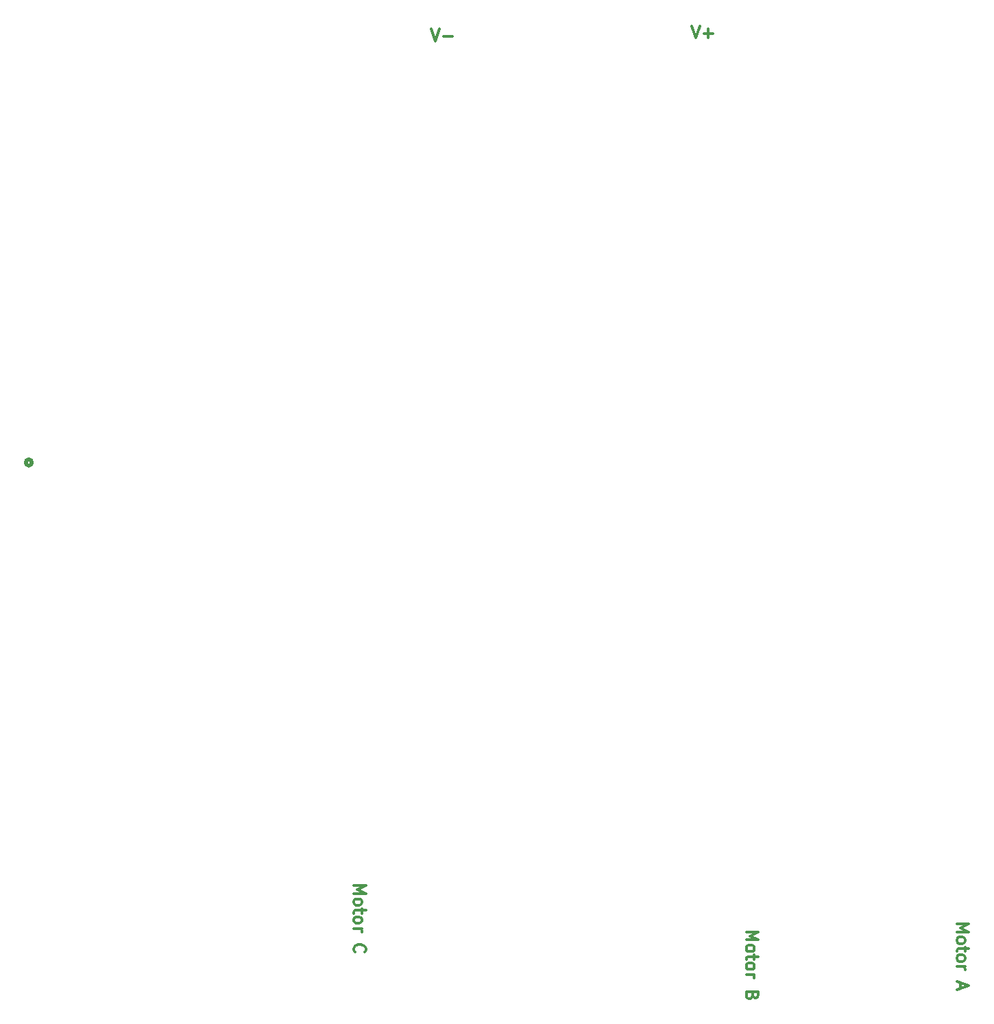
<source format=gbr>
%TF.GenerationSoftware,KiCad,Pcbnew,8.0.9-8.0.9-0~ubuntu24.04.1*%
%TF.CreationDate,2025-06-09T21:45:26+03:00*%
%TF.ProjectId,BLDC Motor Driver,424c4443-204d-46f7-946f-722044726976,rev?*%
%TF.SameCoordinates,Original*%
%TF.FileFunction,Legend,Bot*%
%TF.FilePolarity,Positive*%
%FSLAX46Y46*%
G04 Gerber Fmt 4.6, Leading zero omitted, Abs format (unit mm)*
G04 Created by KiCad (PCBNEW 8.0.9-8.0.9-0~ubuntu24.04.1) date 2025-06-09 21:45:26*
%MOMM*%
%LPD*%
G01*
G04 APERTURE LIST*
%ADD10C,0.300000*%
%ADD11C,0.508000*%
G04 APERTURE END LIST*
D10*
X151709660Y-145440046D02*
X153209660Y-145440046D01*
X153209660Y-145440046D02*
X152138231Y-145940046D01*
X152138231Y-145940046D02*
X153209660Y-146440046D01*
X153209660Y-146440046D02*
X151709660Y-146440046D01*
X151709660Y-147368618D02*
X151781089Y-147225761D01*
X151781089Y-147225761D02*
X151852517Y-147154332D01*
X151852517Y-147154332D02*
X151995374Y-147082904D01*
X151995374Y-147082904D02*
X152423946Y-147082904D01*
X152423946Y-147082904D02*
X152566803Y-147154332D01*
X152566803Y-147154332D02*
X152638231Y-147225761D01*
X152638231Y-147225761D02*
X152709660Y-147368618D01*
X152709660Y-147368618D02*
X152709660Y-147582904D01*
X152709660Y-147582904D02*
X152638231Y-147725761D01*
X152638231Y-147725761D02*
X152566803Y-147797190D01*
X152566803Y-147797190D02*
X152423946Y-147868618D01*
X152423946Y-147868618D02*
X151995374Y-147868618D01*
X151995374Y-147868618D02*
X151852517Y-147797190D01*
X151852517Y-147797190D02*
X151781089Y-147725761D01*
X151781089Y-147725761D02*
X151709660Y-147582904D01*
X151709660Y-147582904D02*
X151709660Y-147368618D01*
X152709660Y-148297190D02*
X152709660Y-148868618D01*
X153209660Y-148511475D02*
X151923946Y-148511475D01*
X151923946Y-148511475D02*
X151781089Y-148582904D01*
X151781089Y-148582904D02*
X151709660Y-148725761D01*
X151709660Y-148725761D02*
X151709660Y-148868618D01*
X151709660Y-149582904D02*
X151781089Y-149440047D01*
X151781089Y-149440047D02*
X151852517Y-149368618D01*
X151852517Y-149368618D02*
X151995374Y-149297190D01*
X151995374Y-149297190D02*
X152423946Y-149297190D01*
X152423946Y-149297190D02*
X152566803Y-149368618D01*
X152566803Y-149368618D02*
X152638231Y-149440047D01*
X152638231Y-149440047D02*
X152709660Y-149582904D01*
X152709660Y-149582904D02*
X152709660Y-149797190D01*
X152709660Y-149797190D02*
X152638231Y-149940047D01*
X152638231Y-149940047D02*
X152566803Y-150011476D01*
X152566803Y-150011476D02*
X152423946Y-150082904D01*
X152423946Y-150082904D02*
X151995374Y-150082904D01*
X151995374Y-150082904D02*
X151852517Y-150011476D01*
X151852517Y-150011476D02*
X151781089Y-149940047D01*
X151781089Y-149940047D02*
X151709660Y-149797190D01*
X151709660Y-149797190D02*
X151709660Y-149582904D01*
X151709660Y-150725761D02*
X152709660Y-150725761D01*
X152423946Y-150725761D02*
X152566803Y-150797190D01*
X152566803Y-150797190D02*
X152638231Y-150868619D01*
X152638231Y-150868619D02*
X152709660Y-151011476D01*
X152709660Y-151011476D02*
X152709660Y-151154333D01*
X151852517Y-153654332D02*
X151781089Y-153582904D01*
X151781089Y-153582904D02*
X151709660Y-153368618D01*
X151709660Y-153368618D02*
X151709660Y-153225761D01*
X151709660Y-153225761D02*
X151781089Y-153011475D01*
X151781089Y-153011475D02*
X151923946Y-152868618D01*
X151923946Y-152868618D02*
X152066803Y-152797189D01*
X152066803Y-152797189D02*
X152352517Y-152725761D01*
X152352517Y-152725761D02*
X152566803Y-152725761D01*
X152566803Y-152725761D02*
X152852517Y-152797189D01*
X152852517Y-152797189D02*
X152995374Y-152868618D01*
X152995374Y-152868618D02*
X153138231Y-153011475D01*
X153138231Y-153011475D02*
X153209660Y-153225761D01*
X153209660Y-153225761D02*
X153209660Y-153368618D01*
X153209660Y-153368618D02*
X153138231Y-153582904D01*
X153138231Y-153582904D02*
X153066803Y-153654332D01*
X226199171Y-150154510D02*
X227699171Y-150154510D01*
X227699171Y-150154510D02*
X226627742Y-150654510D01*
X226627742Y-150654510D02*
X227699171Y-151154510D01*
X227699171Y-151154510D02*
X226199171Y-151154510D01*
X226199171Y-152083082D02*
X226270600Y-151940225D01*
X226270600Y-151940225D02*
X226342028Y-151868796D01*
X226342028Y-151868796D02*
X226484885Y-151797368D01*
X226484885Y-151797368D02*
X226913457Y-151797368D01*
X226913457Y-151797368D02*
X227056314Y-151868796D01*
X227056314Y-151868796D02*
X227127742Y-151940225D01*
X227127742Y-151940225D02*
X227199171Y-152083082D01*
X227199171Y-152083082D02*
X227199171Y-152297368D01*
X227199171Y-152297368D02*
X227127742Y-152440225D01*
X227127742Y-152440225D02*
X227056314Y-152511654D01*
X227056314Y-152511654D02*
X226913457Y-152583082D01*
X226913457Y-152583082D02*
X226484885Y-152583082D01*
X226484885Y-152583082D02*
X226342028Y-152511654D01*
X226342028Y-152511654D02*
X226270600Y-152440225D01*
X226270600Y-152440225D02*
X226199171Y-152297368D01*
X226199171Y-152297368D02*
X226199171Y-152083082D01*
X227199171Y-153011654D02*
X227199171Y-153583082D01*
X227699171Y-153225939D02*
X226413457Y-153225939D01*
X226413457Y-153225939D02*
X226270600Y-153297368D01*
X226270600Y-153297368D02*
X226199171Y-153440225D01*
X226199171Y-153440225D02*
X226199171Y-153583082D01*
X226199171Y-154297368D02*
X226270600Y-154154511D01*
X226270600Y-154154511D02*
X226342028Y-154083082D01*
X226342028Y-154083082D02*
X226484885Y-154011654D01*
X226484885Y-154011654D02*
X226913457Y-154011654D01*
X226913457Y-154011654D02*
X227056314Y-154083082D01*
X227056314Y-154083082D02*
X227127742Y-154154511D01*
X227127742Y-154154511D02*
X227199171Y-154297368D01*
X227199171Y-154297368D02*
X227199171Y-154511654D01*
X227199171Y-154511654D02*
X227127742Y-154654511D01*
X227127742Y-154654511D02*
X227056314Y-154725940D01*
X227056314Y-154725940D02*
X226913457Y-154797368D01*
X226913457Y-154797368D02*
X226484885Y-154797368D01*
X226484885Y-154797368D02*
X226342028Y-154725940D01*
X226342028Y-154725940D02*
X226270600Y-154654511D01*
X226270600Y-154654511D02*
X226199171Y-154511654D01*
X226199171Y-154511654D02*
X226199171Y-154297368D01*
X226199171Y-155440225D02*
X227199171Y-155440225D01*
X226913457Y-155440225D02*
X227056314Y-155511654D01*
X227056314Y-155511654D02*
X227127742Y-155583083D01*
X227127742Y-155583083D02*
X227199171Y-155725940D01*
X227199171Y-155725940D02*
X227199171Y-155868797D01*
X226627742Y-157440225D02*
X226627742Y-158154511D01*
X226199171Y-157297368D02*
X227699171Y-157797368D01*
X227699171Y-157797368D02*
X226199171Y-158297368D01*
X161275714Y-39661364D02*
X161775714Y-41161364D01*
X161775714Y-41161364D02*
X162275714Y-39661364D01*
X162775713Y-40589936D02*
X163918571Y-40589936D01*
X193440225Y-39300828D02*
X193940225Y-40800828D01*
X193940225Y-40800828D02*
X194440225Y-39300828D01*
X194940224Y-40229400D02*
X196083082Y-40229400D01*
X195511653Y-40800828D02*
X195511653Y-39657971D01*
X200199171Y-151154510D02*
X201699171Y-151154510D01*
X201699171Y-151154510D02*
X200627742Y-151654510D01*
X200627742Y-151654510D02*
X201699171Y-152154510D01*
X201699171Y-152154510D02*
X200199171Y-152154510D01*
X200199171Y-153083082D02*
X200270600Y-152940225D01*
X200270600Y-152940225D02*
X200342028Y-152868796D01*
X200342028Y-152868796D02*
X200484885Y-152797368D01*
X200484885Y-152797368D02*
X200913457Y-152797368D01*
X200913457Y-152797368D02*
X201056314Y-152868796D01*
X201056314Y-152868796D02*
X201127742Y-152940225D01*
X201127742Y-152940225D02*
X201199171Y-153083082D01*
X201199171Y-153083082D02*
X201199171Y-153297368D01*
X201199171Y-153297368D02*
X201127742Y-153440225D01*
X201127742Y-153440225D02*
X201056314Y-153511654D01*
X201056314Y-153511654D02*
X200913457Y-153583082D01*
X200913457Y-153583082D02*
X200484885Y-153583082D01*
X200484885Y-153583082D02*
X200342028Y-153511654D01*
X200342028Y-153511654D02*
X200270600Y-153440225D01*
X200270600Y-153440225D02*
X200199171Y-153297368D01*
X200199171Y-153297368D02*
X200199171Y-153083082D01*
X201199171Y-154011654D02*
X201199171Y-154583082D01*
X201699171Y-154225939D02*
X200413457Y-154225939D01*
X200413457Y-154225939D02*
X200270600Y-154297368D01*
X200270600Y-154297368D02*
X200199171Y-154440225D01*
X200199171Y-154440225D02*
X200199171Y-154583082D01*
X200199171Y-155297368D02*
X200270600Y-155154511D01*
X200270600Y-155154511D02*
X200342028Y-155083082D01*
X200342028Y-155083082D02*
X200484885Y-155011654D01*
X200484885Y-155011654D02*
X200913457Y-155011654D01*
X200913457Y-155011654D02*
X201056314Y-155083082D01*
X201056314Y-155083082D02*
X201127742Y-155154511D01*
X201127742Y-155154511D02*
X201199171Y-155297368D01*
X201199171Y-155297368D02*
X201199171Y-155511654D01*
X201199171Y-155511654D02*
X201127742Y-155654511D01*
X201127742Y-155654511D02*
X201056314Y-155725940D01*
X201056314Y-155725940D02*
X200913457Y-155797368D01*
X200913457Y-155797368D02*
X200484885Y-155797368D01*
X200484885Y-155797368D02*
X200342028Y-155725940D01*
X200342028Y-155725940D02*
X200270600Y-155654511D01*
X200270600Y-155654511D02*
X200199171Y-155511654D01*
X200199171Y-155511654D02*
X200199171Y-155297368D01*
X200199171Y-156440225D02*
X201199171Y-156440225D01*
X200913457Y-156440225D02*
X201056314Y-156511654D01*
X201056314Y-156511654D02*
X201127742Y-156583083D01*
X201127742Y-156583083D02*
X201199171Y-156725940D01*
X201199171Y-156725940D02*
X201199171Y-156868797D01*
X200984885Y-159011653D02*
X200913457Y-159225939D01*
X200913457Y-159225939D02*
X200842028Y-159297368D01*
X200842028Y-159297368D02*
X200699171Y-159368796D01*
X200699171Y-159368796D02*
X200484885Y-159368796D01*
X200484885Y-159368796D02*
X200342028Y-159297368D01*
X200342028Y-159297368D02*
X200270600Y-159225939D01*
X200270600Y-159225939D02*
X200199171Y-159083082D01*
X200199171Y-159083082D02*
X200199171Y-158511653D01*
X200199171Y-158511653D02*
X201699171Y-158511653D01*
X201699171Y-158511653D02*
X201699171Y-159011653D01*
X201699171Y-159011653D02*
X201627742Y-159154511D01*
X201627742Y-159154511D02*
X201556314Y-159225939D01*
X201556314Y-159225939D02*
X201413457Y-159297368D01*
X201413457Y-159297368D02*
X201270600Y-159297368D01*
X201270600Y-159297368D02*
X201127742Y-159225939D01*
X201127742Y-159225939D02*
X201056314Y-159154511D01*
X201056314Y-159154511D02*
X200984885Y-159011653D01*
X200984885Y-159011653D02*
X200984885Y-158511653D01*
D11*
%TO.C,J1*%
X111587600Y-92830650D02*
G75*
G02*
X111587600Y-93592650I0J-381000D01*
G01*
X111587600Y-93592650D02*
G75*
G02*
X111587600Y-92830650I0J381000D01*
G01*
%TD*%
M02*

</source>
